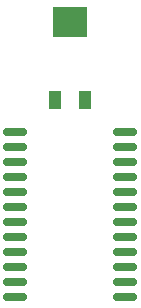
<source format=gbr>
G04 #@! TF.GenerationSoftware,KiCad,Pcbnew,(6.0.7)*
G04 #@! TF.CreationDate,2022-08-15T11:05:51+01:00*
G04 #@! TF.ProjectId,nwX287,6e775832-3837-42e6-9b69-6361645f7063,1a*
G04 #@! TF.SameCoordinates,Original*
G04 #@! TF.FileFunction,Paste,Bot*
G04 #@! TF.FilePolarity,Positive*
%FSLAX46Y46*%
G04 Gerber Fmt 4.6, Leading zero omitted, Abs format (unit mm)*
G04 Created by KiCad (PCBNEW (6.0.7)) date 2022-08-15 11:05:51*
%MOMM*%
%LPD*%
G01*
G04 APERTURE LIST*
G04 Aperture macros list*
%AMRoundRect*
0 Rectangle with rounded corners*
0 $1 Rounding radius*
0 $2 $3 $4 $5 $6 $7 $8 $9 X,Y pos of 4 corners*
0 Add a 4 corners polygon primitive as box body*
4,1,4,$2,$3,$4,$5,$6,$7,$8,$9,$2,$3,0*
0 Add four circle primitives for the rounded corners*
1,1,$1+$1,$2,$3*
1,1,$1+$1,$4,$5*
1,1,$1+$1,$6,$7*
1,1,$1+$1,$8,$9*
0 Add four rect primitives between the rounded corners*
20,1,$1+$1,$2,$3,$4,$5,0*
20,1,$1+$1,$4,$5,$6,$7,0*
20,1,$1+$1,$6,$7,$8,$9,0*
20,1,$1+$1,$8,$9,$2,$3,0*%
G04 Aperture macros list end*
%ADD10RoundRect,0.150000X0.875000X0.150000X-0.875000X0.150000X-0.875000X-0.150000X0.875000X-0.150000X0*%
%ADD11R,3.000000X2.500000*%
%ADD12R,1.000000X1.600000*%
G04 APERTURE END LIST*
D10*
G04 #@! TO.C,U1*
X129970000Y-92583000D03*
X129970000Y-93853000D03*
X129970000Y-95123000D03*
X129970000Y-96393000D03*
X129970000Y-97663000D03*
X129970000Y-98933000D03*
X129970000Y-100203000D03*
X129970000Y-101473000D03*
X129970000Y-102743000D03*
X129970000Y-104013000D03*
X129970000Y-105283000D03*
X129970000Y-106553000D03*
X139270000Y-106553000D03*
X139270000Y-105283000D03*
X139270000Y-104013000D03*
X139270000Y-102743000D03*
X139270000Y-101473000D03*
X139270000Y-100203000D03*
X139270000Y-98933000D03*
X139270000Y-97663000D03*
X139270000Y-96393000D03*
X139270000Y-95123000D03*
X139270000Y-93853000D03*
X139270000Y-92583000D03*
G04 #@! TD*
D11*
G04 #@! TO.C,Y1*
X134607300Y-83284600D03*
D12*
X135877300Y-89834600D03*
X133337300Y-89834600D03*
G04 #@! TD*
M02*

</source>
